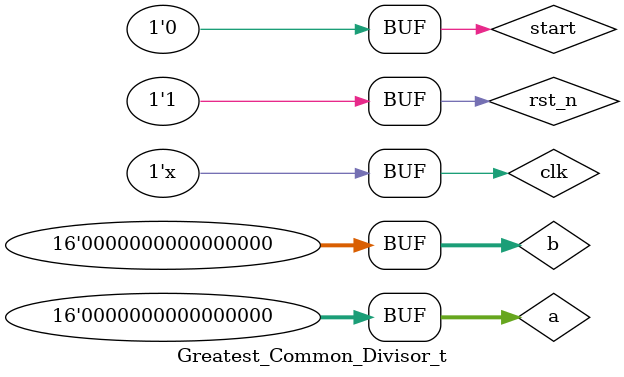
<source format=v>
`timescale 1ns/1ps

module Greatest_Common_Divisor_t;
    reg start = 0;
    reg [15:0] a = 0, b = 0;
    reg clk = 0;
    reg rst_n = 0;
    wire [15:0] gcd;
    wire done;

    parameter cyc = 4;
    always # (cyc/2) clk = ~clk;

    Greatest_Common_Divisor G1(
        .start(start),
        .a(a),
        .b(b),
        .clk(clk),
        .rst_n(rst_n),
        .gcd(gcd),
        .done(done)
    );

    
    integer i;
    initial begin
        #4 rst_n = 0;
        #8 rst_n = 1;
        #4 start = 1;
        a = 48;
        b = 36;
        #4 start = 0;
        a = 0;
        b = 0;
        #30
        #4 start = 1;
        a = 42;
        b = 108;
        #4 start = 0;
        a = 0;
        b = 0;
        #30
        #4 start = 1;
        a = 35;
        b = 63;
        #4 start = 0;
        a = 0;
        b = 0;
        #30
        #4 start = 1;
        a = 126;
        b = 56;
        #4 start = 0;
        a = 0;
        b = 0;
    end
endmodule
</source>
